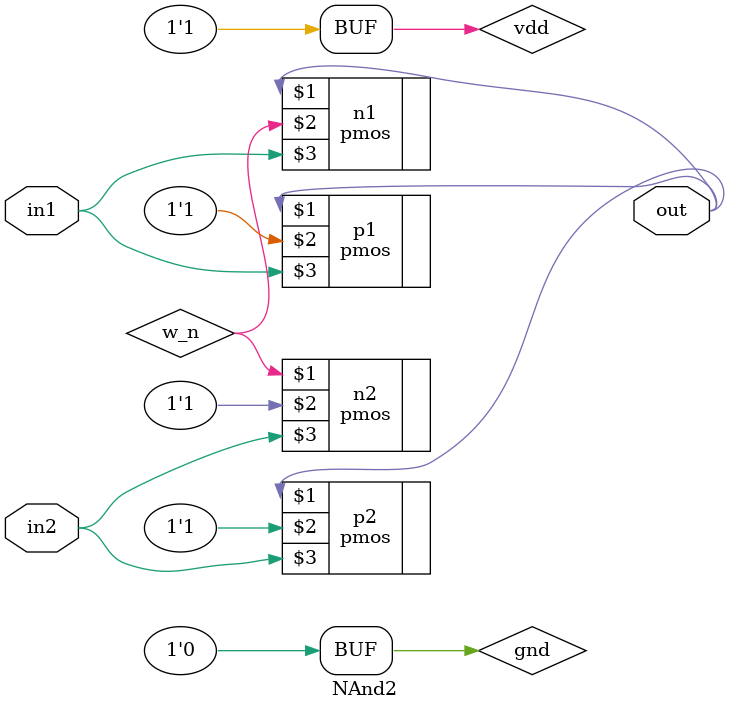
<source format=sv>
/* 2-input NAND.
 *
 *
 * <script type="WaveDrom">
 * { assign:[
 *   ["out",
 *     ["~&", "in1", "in2"]
 *   ]
 * ]}
 * </script>
 * 
 * <pre>
 *    ---------+-------------+------ vdd
 *             |             |
 *       +--o| p1      +--o| p2
 *       |     |       |     |
 *       |     +-------------+------ out
 *       |             |     |
 *  in1 -+-----------------| n1
 *                     |     |
 *  in2 ---------------+---| n2
 *                           |
 *                   --------+------ gnd
 * </pre>
 */

module NAnd2 (
    input  wire in1,
    input  wire in2,
    output wire out
);

    supply1 vdd;
    supply0 gnd;

    wire w_n; // connects 2 nmos transistors

    // pmos drain source gate
    pmos p1(out,  vdd,   in1);
    pmos p2(out,  vdd,   in2);

    // nmos drain source gate
    pmos n1(out,  w_n,   in1);
    pmos n2(w_n,  vdd,   in2);

endmodule

</source>
